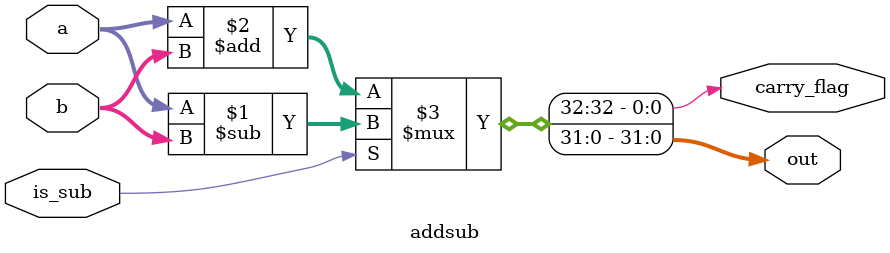
<source format=v>
module addsub (
    input is_sub,
    input [31:0] a,
    input [31:0] b,
    output [31:0] out,
    output carry_flag
);

    // Is this better? or is it better to have a different "operand" with negation?
    assign {carry_flag, out} = (is_sub ? (a-b) : (a+b));
endmodule

</source>
